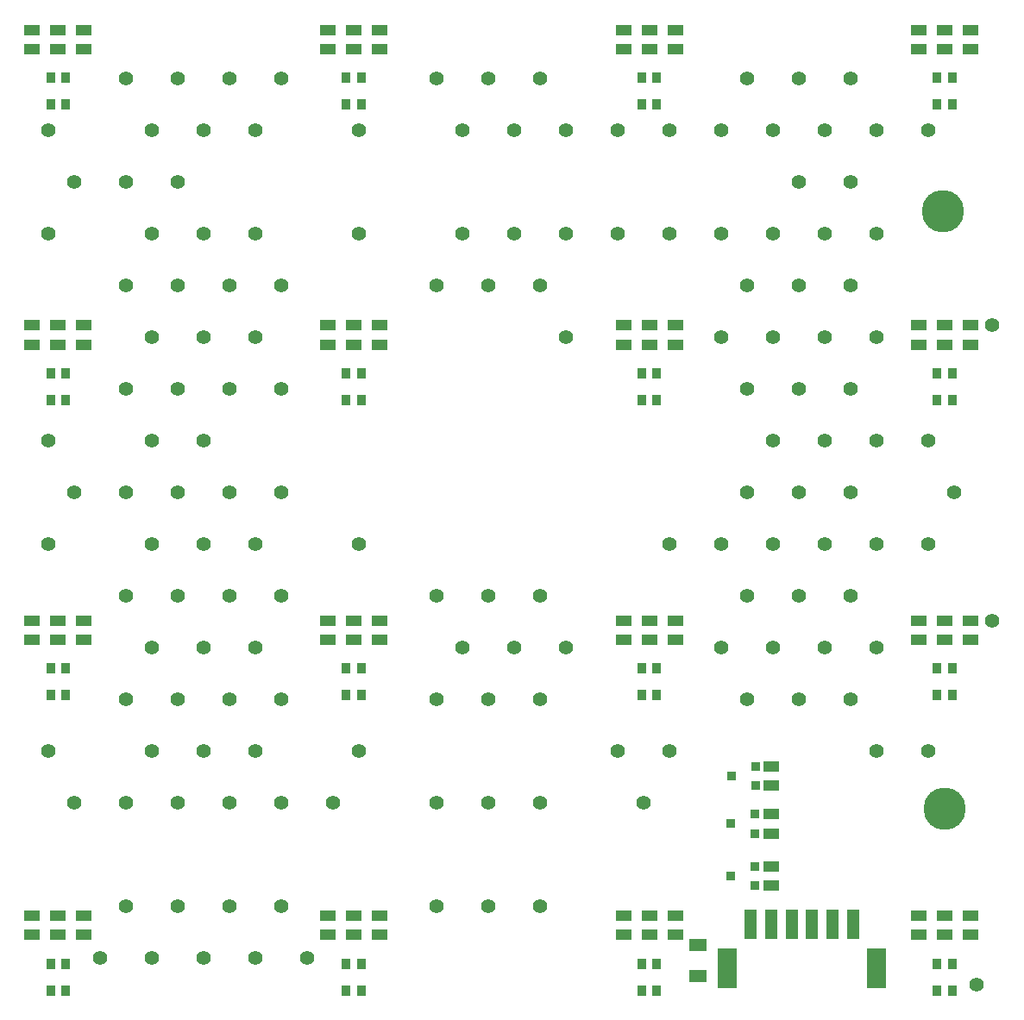
<source format=gts>
G04*
G04 #@! TF.GenerationSoftware,Altium Limited,Altium Designer,19.1.7 (138)*
G04*
G04 Layer_Color=8388736*
%FSLAX25Y25*%
%MOIN*%
G70*
G01*
G75*
%ADD21R,0.04528X0.11221*%
%ADD22R,0.07677X0.15551*%
%ADD23R,0.03347X0.03976*%
%ADD24R,0.06024X0.04213*%
%ADD25R,0.03740X0.03740*%
%ADD26R,0.06700X0.04700*%
%ADD27C,0.16339*%
%ADD28C,0.05591*%
D21*
X291339Y34154D02*
D03*
X299213D02*
D03*
X307087D02*
D03*
X330709D02*
D03*
X322835D02*
D03*
X314961D02*
D03*
D22*
X339961Y17028D02*
D03*
X282087D02*
D03*
D23*
X369095Y18838D02*
D03*
X363288D02*
D03*
X369095Y8405D02*
D03*
X363288D02*
D03*
X254922Y18838D02*
D03*
X249115D02*
D03*
X254922Y8405D02*
D03*
X249115D02*
D03*
X140749Y18838D02*
D03*
X134942D02*
D03*
X140749Y8405D02*
D03*
X134942D02*
D03*
X26526Y18838D02*
D03*
X20719D02*
D03*
X26526Y8405D02*
D03*
X20719D02*
D03*
X369095Y132962D02*
D03*
X363288D02*
D03*
X369095Y122529D02*
D03*
X363288D02*
D03*
X254922Y132962D02*
D03*
X249115D02*
D03*
X254922Y122529D02*
D03*
X249115D02*
D03*
X140749Y132962D02*
D03*
X134942D02*
D03*
X140749Y122529D02*
D03*
X134942D02*
D03*
X26526Y132962D02*
D03*
X20719D02*
D03*
X26526Y122529D02*
D03*
X20719D02*
D03*
X369095Y247135D02*
D03*
X363288D02*
D03*
X369095Y236702D02*
D03*
X363288D02*
D03*
X254922Y247135D02*
D03*
X249115D02*
D03*
X254922Y236702D02*
D03*
X249115D02*
D03*
X140749Y247135D02*
D03*
X134942D02*
D03*
X140749Y236702D02*
D03*
X134942D02*
D03*
X26526Y247135D02*
D03*
X20719D02*
D03*
X26526Y236702D02*
D03*
X20719D02*
D03*
X369095Y361309D02*
D03*
X363288D02*
D03*
X369095Y350876D02*
D03*
X363288D02*
D03*
X254922Y361309D02*
D03*
X249115D02*
D03*
X254922Y350876D02*
D03*
X249115D02*
D03*
X140749Y361309D02*
D03*
X134942D02*
D03*
X140749Y350876D02*
D03*
X134942D02*
D03*
X26576Y361309D02*
D03*
X20768D02*
D03*
X26576Y350876D02*
D03*
X20768D02*
D03*
D24*
X252200Y151505D02*
D03*
Y143986D02*
D03*
X299347Y95177D02*
D03*
Y87657D02*
D03*
X299065Y76667D02*
D03*
Y69147D02*
D03*
X299110Y56515D02*
D03*
Y48996D02*
D03*
X376192Y37382D02*
D03*
Y29862D02*
D03*
X366192D02*
D03*
Y37382D02*
D03*
X356192D02*
D03*
Y29862D02*
D03*
X262131Y37382D02*
D03*
Y29862D02*
D03*
X252131D02*
D03*
Y37382D02*
D03*
X242131D02*
D03*
Y29862D02*
D03*
X147958Y37382D02*
D03*
Y29862D02*
D03*
X137958D02*
D03*
Y37382D02*
D03*
X127957D02*
D03*
Y29862D02*
D03*
X33622Y37382D02*
D03*
Y29862D02*
D03*
X23622D02*
D03*
Y37382D02*
D03*
X13622D02*
D03*
Y29862D02*
D03*
X376192Y151505D02*
D03*
Y143986D02*
D03*
X366192D02*
D03*
Y151505D02*
D03*
X356192D02*
D03*
Y143986D02*
D03*
X262131Y151505D02*
D03*
Y143986D02*
D03*
X242131Y151505D02*
D03*
Y143986D02*
D03*
X147958Y151505D02*
D03*
Y143986D02*
D03*
X137958D02*
D03*
Y151505D02*
D03*
X127957D02*
D03*
Y143986D02*
D03*
X13622Y151505D02*
D03*
Y143986D02*
D03*
X23622D02*
D03*
Y151505D02*
D03*
X33622D02*
D03*
Y143986D02*
D03*
X376192Y265679D02*
D03*
Y258159D02*
D03*
X366192D02*
D03*
Y265679D02*
D03*
X356192D02*
D03*
Y258159D02*
D03*
X262131Y265679D02*
D03*
Y258159D02*
D03*
X252131D02*
D03*
Y265679D02*
D03*
X242131D02*
D03*
Y258159D02*
D03*
X147958Y265679D02*
D03*
Y258159D02*
D03*
X137958D02*
D03*
Y265679D02*
D03*
X127957D02*
D03*
Y258159D02*
D03*
X33622Y265679D02*
D03*
Y258159D02*
D03*
X13622Y265679D02*
D03*
Y258159D02*
D03*
X23622D02*
D03*
Y265679D02*
D03*
X376192Y379852D02*
D03*
Y372332D02*
D03*
X366192D02*
D03*
Y379852D02*
D03*
X356192D02*
D03*
Y372332D02*
D03*
X262205Y379744D02*
D03*
Y372224D02*
D03*
X252131Y372332D02*
D03*
Y379852D02*
D03*
X242131D02*
D03*
Y372332D02*
D03*
X147958Y379852D02*
D03*
Y372332D02*
D03*
X137958D02*
D03*
Y379852D02*
D03*
X127957D02*
D03*
Y372332D02*
D03*
X33622Y379852D02*
D03*
Y372332D02*
D03*
X23622D02*
D03*
Y379852D02*
D03*
X13622D02*
D03*
Y372332D02*
D03*
D25*
X292835Y49041D02*
D03*
Y56522D02*
D03*
X283386Y52781D02*
D03*
X292868Y69153D02*
D03*
Y76634D02*
D03*
X283420Y72894D02*
D03*
X293150Y87624D02*
D03*
Y95105D02*
D03*
X283701Y91364D02*
D03*
D26*
X270900Y26050D02*
D03*
Y13950D02*
D03*
D27*
X365666Y309842D02*
D03*
X366142Y78740D02*
D03*
D28*
X378600Y10700D02*
D03*
X360000Y341000D02*
D03*
Y221000D02*
D03*
X370000Y201000D02*
D03*
X360000Y181000D02*
D03*
Y101000D02*
D03*
X340000Y341000D02*
D03*
Y301000D02*
D03*
Y261000D02*
D03*
Y221000D02*
D03*
Y181000D02*
D03*
Y141000D02*
D03*
Y101000D02*
D03*
X330000Y361000D02*
D03*
X320000Y341000D02*
D03*
X330000Y321000D02*
D03*
X320000Y301000D02*
D03*
X330000Y281000D02*
D03*
X320000Y261000D02*
D03*
X330000Y241000D02*
D03*
X320000Y221000D02*
D03*
X330000Y201000D02*
D03*
X320000Y181000D02*
D03*
X330000Y161000D02*
D03*
X320000Y141000D02*
D03*
X330000Y121000D02*
D03*
X310000Y361000D02*
D03*
X300000Y341000D02*
D03*
X310000Y321000D02*
D03*
X300000Y301000D02*
D03*
X310000Y281000D02*
D03*
X300000Y261000D02*
D03*
X310000Y241000D02*
D03*
X300000Y221000D02*
D03*
X310000Y201000D02*
D03*
X300000Y181000D02*
D03*
X310000Y161000D02*
D03*
X300000Y141000D02*
D03*
X310000Y121000D02*
D03*
X290000Y361000D02*
D03*
X280000Y341000D02*
D03*
Y301000D02*
D03*
X290000Y281000D02*
D03*
X280000Y261000D02*
D03*
X290000Y241000D02*
D03*
Y201000D02*
D03*
X280000Y181000D02*
D03*
X290000Y161000D02*
D03*
X280000Y141000D02*
D03*
X290000Y121000D02*
D03*
X260000Y341000D02*
D03*
Y301000D02*
D03*
Y181000D02*
D03*
Y101000D02*
D03*
X240000Y341000D02*
D03*
Y301000D02*
D03*
Y101000D02*
D03*
X250000Y81000D02*
D03*
X220000Y341000D02*
D03*
Y301000D02*
D03*
Y261000D02*
D03*
Y141000D02*
D03*
X210000Y361000D02*
D03*
X200000Y341000D02*
D03*
Y301000D02*
D03*
X210000Y281000D02*
D03*
Y161000D02*
D03*
X200000Y141000D02*
D03*
X210000Y121000D02*
D03*
Y81000D02*
D03*
Y41000D02*
D03*
X190000Y361000D02*
D03*
X180000Y341000D02*
D03*
Y301000D02*
D03*
X190000Y281000D02*
D03*
Y161000D02*
D03*
X180000Y141000D02*
D03*
X190000Y121000D02*
D03*
Y81000D02*
D03*
Y41000D02*
D03*
X170000Y361000D02*
D03*
Y281000D02*
D03*
Y161000D02*
D03*
Y121000D02*
D03*
Y81000D02*
D03*
Y41000D02*
D03*
X140000Y341000D02*
D03*
Y301000D02*
D03*
Y181000D02*
D03*
Y101000D02*
D03*
X130000Y81000D02*
D03*
X120000Y21000D02*
D03*
X110000Y361000D02*
D03*
X100000Y341000D02*
D03*
Y301000D02*
D03*
X110000Y281000D02*
D03*
X100000Y261000D02*
D03*
X110000Y241000D02*
D03*
Y201000D02*
D03*
X100000Y181000D02*
D03*
X110000Y161000D02*
D03*
X100000Y141000D02*
D03*
X110000Y121000D02*
D03*
X100000Y101000D02*
D03*
X110000Y81000D02*
D03*
Y41000D02*
D03*
X100000Y21000D02*
D03*
X90000Y361000D02*
D03*
X80000Y341000D02*
D03*
Y301000D02*
D03*
X90000Y281000D02*
D03*
X80000Y261000D02*
D03*
X90000Y241000D02*
D03*
X80000Y221000D02*
D03*
X90000Y201000D02*
D03*
X80000Y181000D02*
D03*
X90000Y161000D02*
D03*
X80000Y141000D02*
D03*
X90000Y121000D02*
D03*
X80000Y101000D02*
D03*
X90000Y81000D02*
D03*
Y41000D02*
D03*
X80000Y21000D02*
D03*
X70000Y361000D02*
D03*
X60000Y341000D02*
D03*
X70000Y321000D02*
D03*
X60000Y301000D02*
D03*
X70000Y281000D02*
D03*
X60000Y261000D02*
D03*
X70000Y241000D02*
D03*
X60000Y221000D02*
D03*
X70000Y201000D02*
D03*
X60000Y181000D02*
D03*
X70000Y161000D02*
D03*
X60000Y141000D02*
D03*
X70000Y121000D02*
D03*
X60000Y101000D02*
D03*
X70000Y81000D02*
D03*
Y41000D02*
D03*
X60000Y21000D02*
D03*
X50000Y361000D02*
D03*
Y321000D02*
D03*
Y281000D02*
D03*
Y241000D02*
D03*
Y201000D02*
D03*
Y161000D02*
D03*
Y121000D02*
D03*
Y81000D02*
D03*
Y41000D02*
D03*
X40000Y21000D02*
D03*
X20000Y341000D02*
D03*
X30000Y321000D02*
D03*
X20000Y301000D02*
D03*
Y221000D02*
D03*
X30000Y201000D02*
D03*
X20000Y181000D02*
D03*
Y101000D02*
D03*
X30000Y81000D02*
D03*
X384600Y151505D02*
D03*
Y265679D02*
D03*
M02*

</source>
